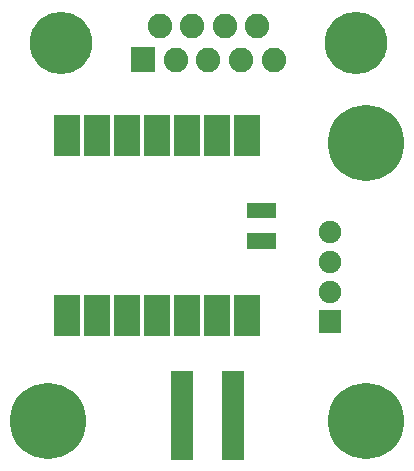
<source format=gts>
G04 Layer: TopSolderMaskLayer*
G04 EasyEDA v6.4.14, 2021-02-02T13:22:32--5:00*
G04 99f0f78b573744e3acd602d4f8b6235f,d79a69aa59da4e1fbb9b7d465b79b5da,10*
G04 Gerber Generator version 0.2*
G04 Scale: 100 percent, Rotated: No, Reflected: No *
G04 Dimensions in millimeters *
G04 leading zeros omitted , absolute positions ,4 integer and 5 decimal *
%FSLAX45Y45*%
%MOMM*%

%ADD15R,1.9000X7.5000*%
%ADD31C,1.9032*%
%ADD33C,2.0828*%
%ADD34C,5.2832*%
%ADD35C,6.4532*%

%LPD*%
G36*
X1829307Y774700D02*
G01*
X1829307Y24688D01*
X2019300Y24688D01*
X2019300Y774700D01*
G37*
G36*
X1394714Y774700D02*
G01*
X1394714Y24688D01*
X1584706Y24688D01*
X1584706Y774700D01*
G37*
G36*
X410463Y1069339D02*
G01*
X410463Y1419860D01*
X630936Y1419860D01*
X630936Y1069339D01*
G37*
G36*
X664463Y1069339D02*
G01*
X664463Y1419860D01*
X884936Y1419860D01*
X884936Y1069339D01*
G37*
G36*
X918463Y1069339D02*
G01*
X918463Y1419860D01*
X1138936Y1419860D01*
X1138936Y1069339D01*
G37*
G36*
X1172463Y1069339D02*
G01*
X1172463Y1419860D01*
X1392936Y1419860D01*
X1392936Y1069339D01*
G37*
G36*
X1426463Y1069339D02*
G01*
X1426463Y1419860D01*
X1646936Y1419860D01*
X1646936Y1069339D01*
G37*
G36*
X1680463Y1069339D02*
G01*
X1680463Y1419860D01*
X1900936Y1419860D01*
X1900936Y1069339D01*
G37*
G36*
X1934463Y1069339D02*
G01*
X1934463Y1419860D01*
X2154936Y1419860D01*
X2154936Y1069339D01*
G37*
G36*
X1934463Y2593339D02*
G01*
X1934463Y2943860D01*
X2154936Y2943860D01*
X2154936Y2593339D01*
G37*
G36*
X1680463Y2593339D02*
G01*
X1680463Y2943860D01*
X1900936Y2943860D01*
X1900936Y2593339D01*
G37*
G36*
X1426463Y2593339D02*
G01*
X1426463Y2943860D01*
X1646936Y2943860D01*
X1646936Y2593339D01*
G37*
G36*
X1172463Y2593339D02*
G01*
X1172463Y2943860D01*
X1392936Y2943860D01*
X1392936Y2593339D01*
G37*
G36*
X918463Y2593339D02*
G01*
X918463Y2943860D01*
X1138936Y2943860D01*
X1138936Y2593339D01*
G37*
G36*
X664463Y2593339D02*
G01*
X664463Y2943860D01*
X884936Y2943860D01*
X884936Y2593339D01*
G37*
G36*
X410463Y2593339D02*
G01*
X410463Y2943860D01*
X630936Y2943860D01*
X630936Y2593339D01*
G37*
G36*
X2037588Y1811528D02*
G01*
X2037588Y1941829D01*
X2287777Y1941829D01*
X2287777Y1811528D01*
G37*
G36*
X2037588Y2071370D02*
G01*
X2037588Y2201671D01*
X2287777Y2201671D01*
X2287777Y2071370D01*
G37*
G36*
X2647950Y1098550D02*
G01*
X2647950Y1289050D01*
X2838450Y1289050D01*
X2838450Y1098550D01*
G37*
D31*
G01*
X2743200Y1447800D03*
G01*
X2743200Y1701800D03*
G01*
X2743200Y1955800D03*
G36*
X1056639Y3309620D02*
G01*
X1056639Y3517900D01*
X1264920Y3517900D01*
X1264920Y3309620D01*
G37*
D33*
G01*
X1437639Y3413760D03*
G01*
X1714500Y3413760D03*
G01*
X1991359Y3413760D03*
G01*
X2268220Y3413760D03*
G01*
X1300479Y3698239D03*
G01*
X1577339Y3698239D03*
G01*
X1851660Y3698239D03*
G01*
X2128520Y3698239D03*
D34*
G01*
X464820Y3556000D03*
G01*
X2964179Y3556000D03*
D15*
G01*
X1924304Y399795D03*
G01*
X1489710Y399795D03*
D35*
G01*
X3048000Y355600D03*
G01*
X355600Y355600D03*
G01*
X3048000Y2705100D03*
M02*

</source>
